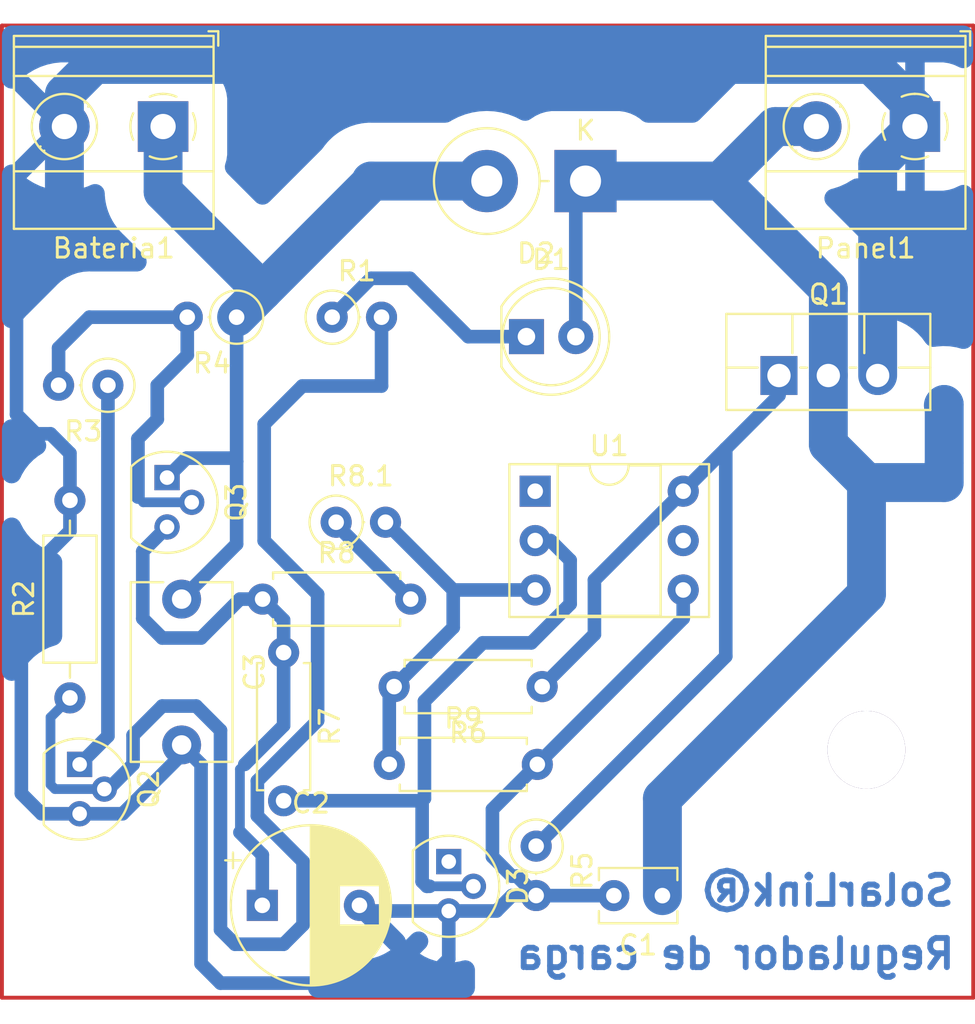
<source format=kicad_pcb>
(kicad_pcb (version 20211014) (generator pcbnew)
  (layers (0 "F.Cu" signal) (31 "B.Cu" signal) (34 "B.Paste" user) (35 "F.Paste" user) (36 "B.SilkS" user "B.Silkscreen") (37 "F.SilkS" user "F.Silkscreen") (38 "B.Mask" user) (39 "F.Mask" user) (44 "Edge.Cuts" user))
  (net 0 "")
  (net 1 "Net-(Bateria1-Pad1)")
  (net 2 "GND")
  (net 3 "Net-(D1-Pad1)")
  (net 4 "Net-(C1-Pad1)")
  (net 5 "Net-(C2-Pad1)")
  (net 6 "Net-(D3-Pad2)")
  (net 7 "Net-(Q2-Pad1)")
  (net 8 "Net-(Q1-Pad1)")
  (net 9 "Net-(Q2-Pad2)")
  (net 10 "Net-(Q3-Pad2)")
  (net 11 "Net-(R8-Pad2)")
  (net 13 "Net-(R9-Pad1)")
  (footprint "Capacitor_THT:C_Disc_D3.8mm_W2.6mm_P2.50mm" (layer "F.Cu") (at 66 75.75 180)
    (fp_text reference "C1" (at 1.25 -2.55) (layer "F.SilkS"))
    (fp_text value "100n")
    (fp_line (start -0.77 -1.42) (end 3.27 -1.42) (layer "F.SilkS") (width 0.12))
    (fp_line (start -0.77 1.42) (end 3.27 1.42) (layer "F.SilkS") (width 0.12))
    (fp_line (start 3.27 -1.42) (end 3.27 -0.795) (layer "F.SilkS") (width 0.12))
    (fp_line (start -0.77 0.795) (end -0.77 1.42) (layer "F.SilkS") (width 0.12))
    (fp_line (start -0.77 -1.42) (end -0.77 -0.795) (layer "F.SilkS") (width 0.12))
    (fp_line (start 3.27 0.795) (end 3.27 1.42) (layer "F.SilkS") (width 0.12))
    (pad "1" thru_hole circle (at 0 0 180) (size 1.6 1.6) (drill 0.8) (layers *.Cu *.Mask) (net 4 "Net-(C1-Pad1)"))
    (pad "2" thru_hole circle (at 2.5 0 180) (size 1.6 1.6) (drill 0.8) (layers *.Cu *.Mask) (net 2 "GND"))
  )
  (footprint "Package_DIP:DIP-6_W7.62mm_Socket" (layer "F.Cu") (at 59.45 54.95)
    (fp_text reference "U1" (at 3.81 -2.33) (layer "F.SilkS"))
    (fp_text value "TLC271")
    (fp_line (start 1.16 6.41) (end 6.46 6.41) (layer "F.SilkS") (width 0.12))
    (fp_line (start 6.46 -1.33) (end 4.81 -1.33) (layer "F.SilkS") (width 0.12))
    (fp_line (start 6.46 6.41) (end 6.46 -1.33) (layer "F.SilkS") (width 0.12))
    (fp_line (start 2.81 -1.33) (end 1.16 -1.33) (layer "F.SilkS") (width 0.12))
    (fp_line (start 8.95 6.47) (end 8.95 -1.39) (layer "F.SilkS") (width 0.12))
    (fp_line (start 1.16 -1.33) (end 1.16 6.41) (layer "F.SilkS") (width 0.12))
    (fp_line (start 8.95 -1.39) (end -1.33 -1.39) (layer "F.SilkS") (width 0.12))
    (fp_line (start -1.33 6.47) (end 8.95 6.47) (layer "F.SilkS") (width 0.12))
    (fp_line (start -1.33 -1.39) (end -1.33 6.47) (layer "F.SilkS") (width 0.12))
    (fp_arc (start 4.81 -1.33) (mid 3.81 -0.33) (end 2.81 -1.33) (layer "F.SilkS") (width 0.12))
    (pad "1" thru_hole rect (at 0 0) (size 1.6 1.6) (drill 0.8) (layers *.Cu *.Mask))
    (pad "2" thru_hole oval (at 0 2.54) (size 1.6 1.6) (drill 0.8) (layers *.Cu *.Mask) (net 6 "Net-(D3-Pad2)"))
    (pad "3" thru_hole oval (at 0 5.08) (size 1.6 1.6) (drill 0.8) (layers *.Cu *.Mask) (net 13 "Net-(R9-Pad1)"))
    (pad "4" thru_hole oval (at 7.62 5.08) (size 1.6 1.6) (drill 0.8) (layers *.Cu *.Mask) (net 2 "GND"))
    (pad "5" thru_hole oval (at 7.62 2.54) (size 1.6 1.6) (drill 0.8) (layers *.Cu *.Mask))
    (pad "6" thru_hole oval (at 7.62 0) (size 1.6 1.6) (drill 0.8) (layers *.Cu *.Mask) (net 8 "Net-(Q1-Pad1)"))
  )
  (footprint "Package_TO_SOT_THT:TO-92" (layer "F.Cu") (at 36 69 -90)
    (fp_text reference "Q2" (at 1.27 -3.56 90) (layer "F.SilkS"))
    (fp_text value "BC548")
    (fp_line (start -0.53 1.85) (end 3.07 1.85) (layer "F.SilkS") (width 0.12))
    (fp_arc (start 1.27 -2.6) (mid 3.672087 -0.994977) (end 3.108478 1.838478) (layer "F.SilkS") (width 0.12))
    (fp_arc (start -0.568478 1.838478) (mid -1.132087 -0.994977) (end 1.27 -2.6) (layer "F.SilkS") (width 0.12))
    (pad "1" thru_hole rect (at 0 0 270) (size 1.3 1.3) (drill 0.75) (layers *.Cu *.Mask) (net 7 "Net-(Q2-Pad1)"))
    (pad "2" thru_hole circle (at 1.27 -1.27 270) (size 1.3 1.3) (drill 0.75) (layers *.Cu *.Mask) (net 9 "Net-(Q2-Pad2)"))
    (pad "3" thru_hole circle (at 2.54 0 270) (size 1.3 1.3) (drill 0.75) (layers *.Cu *.Mask) (net 2 "GND"))
  )
  (footprint "Resistor_THT:R_Axial_DIN0207_L6.3mm_D2.5mm_P7.62mm_Horizontal" (layer "F.Cu") (at 59.81 65 180)
    (fp_text reference "R6" (at 3.81 -2.37) (layer "F.SilkS"))
    (fp_text value "22Ok")
    (fp_line (start 0.54 -1.37) (end 7.08 -1.37) (layer "F.SilkS") (width 0.12))
    (fp_line (start 0.54 -1.04) (end 0.54 -1.37) (layer "F.SilkS") (width 0.12))
    (fp_line (start 0.54 1.04) (end 0.54 1.37) (layer "F.SilkS") (width 0.12))
    (fp_line (start 0.54 1.37) (end 7.08 1.37) (layer "F.SilkS") (width 0.12))
    (fp_line (start 7.08 1.37) (end 7.08 1.04) (layer "F.SilkS") (width 0.12))
    (fp_line (start 7.08 -1.37) (end 7.08 -1.04) (layer "F.SilkS") (width 0.12))
    (pad "1" thru_hole circle (at 0 0 180) (size 1.6 1.6) (drill 0.8) (layers *.Cu *.Mask) (net 8 "Net-(Q1-Pad1)"))
    (pad "2" thru_hole oval (at 7.62 0 180) (size 1.6 1.6) (drill 0.8) (layers *.Cu *.Mask) (net 13 "Net-(R9-Pad1)"))
  )
  (footprint "Resistor_THT:R_Axial_DIN0207_L6.3mm_D2.5mm_P2.54mm_Vertical" (layer "F.Cu") (at 44.08 46 180)
    (fp_text reference "R4" (at 1.27 -2.37 180) (layer "F.SilkS"))
    (fp_text value "10k")
    (fp_line (start 1.37 0) (end 1.44 0) (layer "F.SilkS") (width 0.12))
    (fp_circle (center 0 0) (end 1.37 0) (layer "F.SilkS") (width 0.12) (fill none))
    (pad "1" thru_hole circle (at 0 0 180) (size 1.6 1.6) (drill 0.8) (layers *.Cu *.Mask) (net 1 "Net-(Bateria1-Pad1)"))
    (pad "2" thru_hole oval (at 2.54 0 180) (size 1.6 1.6) (drill 0.8) (layers *.Cu *.Mask) (net 10 "Net-(Q3-Pad2)"))
  )
  (footprint "Capacitor_THT:CP_Radial_D8.0mm_P5.00mm" (layer "F.Cu") (at 45.402651 76.25)
    (fp_text reference "C2" (at 2.5 -5.25) (layer "F.SilkS"))
    (fp_text value "1000u")
    (fp_line (start 2.98 -4.052) (end 2.98 4.052) (layer "F.SilkS") (width 0.12))
    (fp_line (start 5.981 -2.166) (end 5.981 -1.04) (layer "F.SilkS") (width 0.12))
    (fp_line (start 5.221 -3.055) (end 5.221 -1.04) (layer "F.SilkS") (width 0.12))
    (fp_line (start 5.701 -2.556) (end 5.701 -1.04) (layer "F.SilkS") (width 0.12))
    (fp_line (start 5.141 1.04) (end 5.141 3.124) (layer "F.SilkS") (width 0.12))
    (fp_line (start 5.141 -3.124) (end 5.141 -1.04) (layer "F.SilkS") (width 0.12))
    (fp_line (start 4.741 1.04) (end 4.741 3.418) (layer "F.SilkS") (width 0.12))
    (fp_line (start 3.981 -3.805) (end 3.981 -1.04) (layer "F.SilkS") (width 0.12))
    (fp_line (start 4.141 -3.74) (end 4.141 -1.04) (layer "F.SilkS") (width 0.12))
    (fp_line (start 3.261 -4.01) (end 3.261 4.01) (layer "F.SilkS") (width 0.12))
    (fp_line (start 4.141 1.04) (end 4.141 3.74) (layer "F.SilkS") (width 0.12))
    (fp_line (start 3.301 -4.002) (end 3.301 4.002) (layer "F.SilkS") (width 0.12))
    (fp_line (start 5.061 -3.189) (end 5.061 -1.04) (layer "F.SilkS") (width 0.12))
    (fp_line (start 2.82 -4.068) (end 2.82 4.068) (layer "F.SilkS") (width 0.12))
    (fp_line (start 6.181 -1.813) (end 6.181 1.813) (layer "F.SilkS") (width 0.12))
    (fp_line (start 3.341 -3.994) (end 3.341 3.994) (layer "F.SilkS") (width 0.12))
    (fp_line (start 4.101 -3.757) (end 4.101 -1.04) (layer "F.SilkS") (width 0.12))
    (fp_line (start 5.021 -3.22) (end 5.021 -1.04) (layer "F.SilkS") (width 0.12))
    (fp_line (start 5.981 1.04) (end 5.981 2.166) (layer "F.SilkS") (width 0.12))
    (fp_line (start 5.781 -2.454) (end 5.781 -1.04) (layer "F.SilkS") (width 0.12))
    (fp_line (start 2.66 -4.077) (end 2.66 4.077) (layer "F.SilkS") (width 0.12))
    (fp_line (start 4.861 1.04) (end 4.861 3.338) (layer "F.SilkS") (width 0.12))
    (fp_line (start 6.021 -2.102) (end 6.021 -1.04) (layer "F.SilkS") (width 0.12))
    (fp_line (start 5.661 1.04) (end 5.661 2.604) (layer "F.SilkS") (width 0.12))
    (fp_line (start 4.181 -3.722) (end 4.181 -1.04) (layer "F.SilkS") (width 0.12))
    (fp_line (start 5.381 -2.907) (end 5.381 -1.04) (layer "F.SilkS") (width 0.12))
    (fp_line (start 6.421 -1.229) (end 6.421 1.229) (layer "F.SilkS") (width 0.12))
    (fp_line (start 2.9 -4.061) (end 2.9 4.061) (layer "F.SilkS") (width 0.12))
    (fp_line (start 4.941 1.04) (end 4.941 3.28) (layer "F.SilkS") (width 0.12))
    (fp_line (start 4.861 -3.338) (end 4.861 -1.04) (layer "F.SilkS") (width 0.12))
    (fp_line (start 4.901 1.04) (end 4.901 3.309) (layer "F.SilkS") (width 0.12))
    (fp_line (start 4.821 1.04) (end 4.821 3.365) (layer "F.SilkS") (width 0.12))
    (fp_line (start 5.461 -2.826) (end 5.461 -1.04) (layer "F.SilkS") (width 0.12))
    (fp_line (start 4.581 1.04) (end 4.581 3.517) (layer "F.SilkS") (width 0.12))
    (fp_line (start 4.101 1.04) (end 4.101 3.757) (layer "F.SilkS") (width 0.12))
    (fp_line (start 3.861 -3.85) (end 3.861 3.85) (layer "F.SilkS") (width 0.12))
    (fp_line (start 2.94 -4.057) (end 2.94 4.057) (layer "F.SilkS") (width 0.12))
    (fp_line (start 5.381 1.04) (end 5.381 2.907) (layer "F.SilkS") (width 0.12))
    (fp_line (start 3.541 -3.947) (end 3.541 3.947) (layer "F.SilkS") (width 0.12))
    (fp_line (start 6.461 -1.098) (end 6.461 1.098) (layer "F.SilkS") (width 0.12))
    (fp_line (start 5.861 -2.345) (end 5.861 -1.04) (layer "F.SilkS") (width 0.12))
    (fp_line (start 2.54 -4.08) (end 2.54 4.08) (layer "F.SilkS") (width 0.12))
    (fp_line (start 3.821 -3.863) (end 3.821 3.863) (layer "F.SilkS") (width 0.12))
    (fp_line (start -1.509698 -2.715) (end -1.509698 -1.915) (layer "F.SilkS") (width 0.12))
    (fp_line (start 4.821 -3.365) (end 4.821 -1.04) (layer "F.SilkS") (width 0.12))
    (fp_line (start 6.301 -1.552) (end 6.301 1.552) (layer "F.SilkS") (width 0.12))
    (fp_line (start 5.541 1.04) (end 5.541 2.741) (layer "F.SilkS") (width 0.12))
    (fp_line (start 4.661 -3.469) (end 4.661 -1.04) (layer "F.SilkS") (width 0.12))
    (fp_line (start 4.981 -3.25) (end 4.981 -1.04) (layer "F.SilkS") (width 0.12))
    (fp_line (start 5.581 1.04) (end 5.581 2.697) (layer "F.SilkS") (width 0.12))
    (fp_line (start 5.341 -2.945) (end 5.341 -1.04) (layer "F.SilkS") (width 0.12))
    (fp_line (start 5.101 -3.156) (end 5.101 -1.04) (layer "F.SilkS") (width 0.12))
    (fp_line (start 5.181 -3.09) (end 5.181 -1.04) (layer "F.SilkS") (width 0.12))
    (fp_line (start 5.101 1.04) (end 5.101 3.156) (layer "F.SilkS") (width 0.12))
    (fp_line (start 4.261 -3.686) (end 4.261 -1.04) (layer "F.SilkS") (width 0.12))
    (fp_line (start 4.341 -3.647) (end 4.341 -1.04) (layer "F.SilkS") (width 0.12))
    (fp_line (start 5.501 -2.784) (end 5.501 -1.04) (layer "F.SilkS") (width 0.12))
    (fp_line (start 6.541 -0.768) (end 6.541 0.768) (layer "F.SilkS") (width 0.12))
    (fp_line (start 3.581 -3.936) (end 3.581 3.936) (layer "F.SilkS") (width 0.12))
    (fp_line (start 6.061 -2.034) (end 6.061 2.034) (layer "F.SilkS") (width 0.12))
    (fp_line (start 3.221 -4.017) (end 3.221 4.017) (layer "F.SilkS") (width 0.12))
    (fp_line (start 5.741 1.04) (end 5.741 2.505) (layer "F.SilkS") (width 0.12))
    (fp_line (start 3.18 -4.024) (end 3.18 4.024) (layer "F.SilkS") (width 0.12))
    (fp_line (start 2.62 -4.079) (end 2.62 4.079) (layer "F.SilkS") (width 0.12))
    (fp_line (start 5.621 -2.651) (end 5.621 -1.04) (layer "F.SilkS") (width 0.12))
    (fp_line (start 3.701 -3.902) (end 3.701 3.902) (layer "F.SilkS") (width 0.12))
    (fp_line (start 5.581 -2.697) (end 5.581 -1.04) (layer "F.SilkS") (width 0.12))
    (fp_line (start 4.781 -3.392) (end 4.781 -1.04) (layer "F.SilkS") (width 0.12))
    (fp_line (start 4.261 1.04) (end 4.261 3.686) (layer "F.SilkS") (width 0.12))
    (fp_line (start 4.421 -3.606) (end 4.421 -1.04) (layer "F.SilkS") (width 0.12))
    (fp_line (start 6.221 -1.731) (end 6.221 1.731) (layer "F.SilkS") (width 0.12))
    (fp_line (start 5.781 1.04) (end 5.781 2.454) (layer "F.SilkS") (width 0.12))
    (fp_line (start -1.909698 -2.315) (end -1.109698 -2.315) (layer "F.SilkS") (width 0.12))
    (fp_line (start 6.381 -1.346) (end 6.381 1.346) (layer "F.SilkS") (width 0.12))
    (fp_line (start 4.541 1.04) (end 4.541 3.54) (layer "F.SilkS") (width 0.12))
    (fp_line (start 5.821 1.04) (end 5.821 2.4) (layer "F.SilkS") (width 0.12))
    (fp_line (start 5.061 1.04) (end 5.061 3.189) (layer "F.SilkS") (width 0.12))
    (fp_line (start 4.941 -3.28) (end 4.941 -1.04) (layer "F.SilkS") (width 0.12))
    (fp_line (start 5.181 1.04) (end 5.181 3.09) (layer "F.SilkS") (width 0.12))
    (fp_line (start 4.501 1.04) (end 4.501 3.562) (layer "F.SilkS") (width 0.12))
    (fp_line (start 5.661 -2.604) (end 5.661 -1.04) (layer "F.SilkS") (width 0.12))
    (fp_line (start 5.341 1.04) (end 5.341 2.945) (layer "F.SilkS") (width 0.12))
    (fp_line (start 5.541 -2.741) (end 5.541 -1.04) (layer "F.SilkS") (width 0.12))
    (fp_line (start 3.02 -4.048) (end 3.02 4.048) (layer "F.SilkS") (width 0.12))
    (fp_line (start 5.461 1.04) (end 5.461 2.826) (layer "F.SilkS") (width 0.12))
    (fp_line (start 3.381 -3.985) (end 3.381 3.985) (layer "F.SilkS") (width 0.12))
    (fp_line (start 5.301 1.04) (end 5.301 2.983) (layer "F.SilkS") (width 0.12))
    (fp_line (start 3.421 -3.976) (end 3.421 3.976) (layer "F.SilkS") (width 0.12))
    (fp_line (start 4.901 -3.309) (end 4.901 -1.04) (layer "F.SilkS") (width 0.12))
    (fp_line (start 4.741 -3.418) (end 4.741 -1.04) (layer "F.SilkS") (width 0.12))
    (fp_line (start 4.581 -3.517) (end 4.581 -1.04) (layer "F.SilkS") (width 0.12))
    (fp_line (start 4.701 1.04) (end 4.701 3.444) (layer "F.SilkS") (width 0.12))
    (fp_line (start 4.341 1.04) (end 4.341 3.647) (layer "F.SilkS") (width 0.12))
    (fp_line (start 4.621 -3.493) (end 4.621 -1.04) (layer "F.SilkS") (width 0.12))
    (fp_line (start 4.021 1.04) (end 4.021 3.79) (layer "F.SilkS") (width 0.12))
    (fp_line (start 5.421 -2.867) (end 5.421 -1.04) (layer "F.SilkS") (width 0.12))
    (fp_line (start 3.06 -4.042) (end 3.06 4.042) (layer "F.SilkS") (width 0.12))
    (fp_line (start 2.78 -4.071) (end 2.78 4.071) (layer "F.SilkS") (width 0.12))
    (fp_line (start 4.021 -3.79) (end 4.021 -1.04) (layer "F.SilkS") (width 0.12))
    (fp_line (start 6.261 -1.645) (end 6.261 1.645) (layer "F.SilkS") (width 0.12))
    (fp_line (start 5.261 1.04) (end 5.261 3.019) (layer "F.SilkS") (width 0.12))
    (fp_line (start 4.981 1.04) (end 4.981 3.25) (layer "F.SilkS") (width 0.12))
    (fp_line (start 4.621 1.04) (end 4.621 3.493) (layer "F.SilkS") (width 0.12))
    (fp_line (start 5.821 -2.4) (end 5.821 -1.04) (layer "F.SilkS") (width 0.12))
    (fp_line (start 5.741 -2.505) (end 5.741 -1.04) (layer "F.SilkS") (width 0.12))
    (fp_line (start 5.261 -3.019) (end 5.261 -1.04) (layer "F.SilkS") (width 0.12))
    (fp_line (start 4.421 1.04) (end 4.421 3.606) (layer "F.SilkS") (width 0.12))
    (fp_line (start 6.141 -1.89) (end 6.141 1.89) (layer "F.SilkS") (width 0.12))
    (fp_line (start 4.301 -3.666) (end 4.301 -1.04) (layer "F.SilkS") (width 0.12))
    (fp_line (start 6.341 -1.453) (end 6.341 1.453) (layer "F.SilkS") (width 0.12))
    (fp_line (start 3.501 -3.957) (end 3.501 3.957) (layer "F.SilkS") (width 0.12))
    (fp_line (start 5.941 -2.228) (end 5.941 -1.04) (layer "F.SilkS") (width 0.12))
    (fp_line (start 5.901 -2.287) (end 5.901 -1.04) (layer "F.SilkS") (width 0.12))
    (fp_line (start 5.861 1.04) (end 5.861 2.345) (layer "F.SilkS") (width 0.12))
    (fp_line (start 5.501 1.04) (end 5.501 2.784) (layer "F.SilkS") (width 0.12))
    (fp_line (start 4.221 -3.704) (end 4.221 -1.04) (layer "F.SilkS") (width 0.12))
    (fp_line (start 3.461 -3.967) (end 3.461 3.967) (layer "F.SilkS") (width 0.12))
    (fp_line (start 5.421 1.04) (end 5.421 2.867) (layer "F.SilkS") (width 0.12))
    (fp_line (start 3.781 -3.877) (end 3.781 3.877) (layer "F.SilkS") (width 0.12))
    (fp_line (start 4.781 1.04) (end 4.781 3.392) (layer "F.SilkS") (width 0.12))
    (fp_line (start 4.701 -3.444) (end 4.701 -1.04) (layer "F.SilkS") (width 0.12))
    (fp_line (start 5.941 1.04) (end 5.941 2.228) (layer "F.SilkS") (width 0.12))
    (fp_line (start 6.101 -1.964) (end 6.101 1.964) (layer "F.SilkS") (width 0.12))
    (fp_line (start 5.221 1.04) (end 5.221 3.055) (layer "F.SilkS") (width 0.12))
    (fp_line (start 4.381 -3.627) (end 4.381 -1.04) (layer "F.SilkS") (width 0.12))
    (fp_line (start 4.301 1.04) (end 4.301 3.666) (layer "F.SilkS") (width 0.12))
    (fp_line (start 5.021 1.04) (end 5.021 3.22) (layer "F.SilkS") (width 0.12))
    (fp_line (start 4.541 -3.54) (end 4.541 -1.04) (layer "F.SilkS") (width 0.12))
    (fp_line (start 2.74 -4.074) (end 2.74 4.074) (layer "F.SilkS") (width 0.12))
    (fp_line (start 4.461 1.04) (end 4.461 3.584) (layer "F.SilkS") (width 0.12))
    (fp_line (start 5.301 -2.983) (end 5.301 -1.04) (layer "F.SilkS") (width 0.12))
    (fp_line (start 4.181 1.04) (end 4.181 3.722) (layer "F.SilkS") (width 0.12))
    (fp_line (start 4.061 1.04) (end 4.061 3.774) (layer "F.SilkS") (width 0.12))
    (fp_line (start 6.021 1.04) (end 6.021 2.102) (layer "F.SilkS") (width 0.12))
    (fp_line (start 3.941 -3.821) (end 3.941 3.821) (layer "F.SilkS") (width 0.12))
    (fp_line (start 5.901 1.04) (end 5.901 2.287) (layer "F.SilkS") (width 0.12))
    (fp_line (start 4.661 1.04) (end 4.661 3.469) (layer "F.SilkS") (width 0.12))
    (fp_line (start 2.58 -4.08) (end 2.58 4.08) (layer "F.SilkS") (width 0.12))
    (fp_line (start 5.621 1.04) (end 5.621 2.651) (layer "F.SilkS") (width 0.12))
    (fp_line (start 6.501 -0.948) (end 6.501 0.948) (layer "F.SilkS") (width 0.12))
    (fp_line (start 4.461 -3.584) (end 4.461 -1.04) (layer "F.SilkS") (width 0.12))
    (fp_line (start 4.221 1.04) (end 4.221 3.704) (layer "F.SilkS") (width 0.12))
    (fp_line (start 2.5 -4.08) (end 2.5 4.08) (layer "F.SilkS") (width 0.12))
    (fp_line (start 4.381 1.04) (end 4.381 3.627) (layer "F.SilkS") (width 0.12))
    (fp_line (start 2.86 -4.065) (end 2.86 4.065) (layer "F.SilkS") (width 0.12))
    (fp_line (start 6.581 -0.533) (end 6.581 0.533) (layer "F.SilkS") (width 0.12))
    (fp_line (start 3.981 1.04) (end 3.981 3.805) (layer "F.SilkS") (width 0.12))
    (fp_line (start 3.741 -3.889) (end 3.741 3.889) (layer "F.SilkS") (width 0.12))
    (fp_line (start 2.7 -4.076) (end 2.7 4.076) (layer "F.SilkS") (width 0.12))
    (fp_line (start 3.1 -4.037) (end 3.1 4.037) (layer "F.SilkS") (width 0.12))
    (fp_line (start 3.621 -3.925) (end 3.621 3.925) (layer "F.SilkS") (width 0.12))
    (fp_line (start 3.14 -4.03) (end 3.14 4.03) (layer "F.SilkS") (width 0.12))
    (fp_line (start 4.501 -3.562) (end 4.501 -1.04) (layer "F.SilkS") (width 0.12))
    (fp_line (start 3.661 -3.914) (end 3.661 3.914) (layer "F.SilkS") (width 0.12))
    (fp_line (start 3.901 -3.835) (end 3.901 3.835) (layer "F.SilkS") (width 0.12))
    (fp_line (start 5.701 1.04) (end 5.701 2.556) (layer "F.SilkS") (width 0.12))
    (fp_line (start 4.061 -3.774) (end 4.061 -1.04) (layer "F.SilkS") (width 0.12))
    (fp_circle (center 2.5 0) (end 6.62 0) (layer "F.SilkS") (width 0.12) (fill none))
    (pad "1" thru_hole rect (at 0 0) (size 1.6 1.6) (drill 0.8) (layers *.Cu *.Mask) (net 5 "Net-(C2-Pad1)"))
    (pad "2" thru_hole circle (at 5 0) (size 1.6 1.6) (drill 0.8) (layers *.Cu *.Mask) (net 2 "GND"))
  )
  (footprint "Resistor_THT:R_Axial_DIN0207_L6.3mm_D2.5mm_P7.62mm_Horizontal" (layer "F.Cu") (at 46.5 63.25 -90)
    (fp_text reference "R7" (at 3.81 -2.37 90) (layer "F.SilkS"))
    (fp_text value "100k")
    (fp_line (start 7.08 -1.37) (end 7.08 -1.04) (layer "F.SilkS") (width 0.12))
    (fp_line (start 7.08 1.37) (end 7.08 1.04) (layer "F.SilkS") (width 0.12))
    (fp_line (start 0.54 -1.37) (end 7.08 -1.37) (layer "F.SilkS") (width 0.12))
    (fp_line (start 0.54 1.04) (end 0.54 1.37) (layer "F.SilkS") (width 0.12))
    (fp_line (start 0.54 -1.04) (end 0.54 -1.37) (layer "F.SilkS") (width 0.12))
    (fp_line (start 0.54 1.37) (end 7.08 1.37) (layer "F.SilkS") (width 0.12))
    (pad "1" thru_hole circle (at 0 0 270) (size 1.6 1.6) (drill 0.8) (layers *.Cu *.Mask) (net 5 "Net-(C2-Pad1)"))
    (pad "2" thru_hole oval (at 7.62 0 270) (size 1.6 1.6) (drill 0.8) (layers *.Cu *.Mask) (net 6 "Net-(D3-Pad2)"))
  )
  (footprint "Diode_THT:D_DO-201AD_P5.08mm_Vertical_KathodeUp" (layer "F.Cu") (at 62.04 39 180)
    (fp_text reference "D2" (at 2.54 -3.72) (layer "F.SilkS"))
    (fp_text value "SB540")
    (fp_text user "K" (at 0 2.6) (layer "F.SilkS"))
    (fp_line (start 2.36 0) (end 1.9 0) (layer "F.SilkS") (width 0.12))
    (fp_circle (center 5.08 0) (end 7.8 0) (layer "F.SilkS") (width 0.12) (fill none))
    (pad "1" thru_hole rect (at 0 0 180) (size 3.2 3.2) (drill 1.6) (layers *.Cu *.Mask) (net 4 "Net-(C1-Pad1)"))
    (pad "2" thru_hole oval (at 5.08 0 180) (size 3.2 3.2) (drill 1.6) (layers *.Cu *.Mask) (net 1 "Net-(Bateria1-Pad1)"))
  )
  (footprint "TerminalBlock_Phoenix:TerminalBlock_Phoenix_MKDS-1,5-2-5.08_1x02_P5.08mm_Horizontal" (layer "F.Cu") (at 79 36.195 180)
    (fp_text reference "Panel1" (at 2.54 -6.26) (layer "F.SilkS"))
    (fp_text value "Conn_01x02")
    (fp_line (start 3.853 1.023) (end 3.806 1.069) (layer "F.SilkS") (width 0.12))
    (fp_line (start 6.15 -1.275) (end 6.115 -1.239) (layer "F.SilkS") (width 0.12))
    (fp_line (start -2.84 4.16) (end -2.84 4.9) (layer "F.SilkS") (width 0.12))
    (fp_line (start 7.68 -5.261) (end 7.68 4.66) (layer "F.SilkS") (width 0.12))
    (fp_line (start -2.6 -2.301) (end 7.68 -2.301) (layer "F.SilkS") (width 0.12))
    (fp_line (start -2.6 2.6) (end 7.68 2.6) (layer "F.SilkS") (width 0.12))
    (fp_line (start -2.6 4.66) (end 7.68 4.66) (layer "F.SilkS") (width 0.12))
    (fp_line (start -2.6 -5.261) (end 7.68 -5.261) (layer "F.SilkS") (width 0.12))
    (fp_line (start -2.84 4.9) (end -2.34 4.9) (layer "F.SilkS") (width 0.12))
    (fp_line (start -2.6 -5.261) (end -2.6 4.66) (layer "F.SilkS") (width 0.12))
    (fp_line (start 6.355 -1.069) (end 6.308 -1.023) (layer "F.SilkS") (width 0.12))
    (fp_line (start 4.046 1.239) (end 4.011 1.274) (layer "F.SilkS") (width 0.12))
    (fp_line (start -2.6 4.1) (end 7.68 4.1) (layer "F.SilkS") (width 0.12))
    (fp_arc (start -1.535427 0.683042) (mid -1.680501 -0.000524) (end -1.535 -0.684) (layer "F.SilkS") (width 0.12))
    (fp_arc (start 0.683318 1.534756) (mid 0.349292 1.643288) (end 0 1.68) (layer "F.SilkS") (width 0.12))
    (fp_arc (start -0.683042 -1.535427) (mid 0.000524 -1.680501) (end 0.684 -1.535) (layer "F.SilkS") (width 0.12))
    (fp_arc (start 0.028805 1.680253) (mid -0.335551 1.646659) (end -0.684 1.535) (layer "F.SilkS") (width 0.12))
    (fp_arc (start 1.535427 -0.683042) (mid 1.680501 0.000524) (end 1.535 0.684) (layer "F.SilkS") (width 0.12))
    (fp_circle (center 5.08 0) (end 6.76 0) (layer "F.SilkS") (width 0.12) (fill none))
    (pad "1" thru_hole rect (at 0 0 180) (size 2.6 2.6) (drill 1.3) (layers *.Cu *.Mask) (net 2 "GND"))
    (pad "2" thru_hole circle (at 5.08 0 180) (size 2.6 2.6) (drill 1.3) (layers *.Cu *.Mask) (net 4 "Net-(C1-Pad1)"))
  )
  (footprint "Capacitor_THT:C_Disc_D9.0mm_W5.0mm_P7.50mm" (layer "F.Cu") (at 41.25 60.5 -90)
    (fp_text reference "C3" (at 3.75 -3.75 -90) (layer "F.SilkS"))
    (fp_text value "100n")
    (fp_line (start -0.87 2.62) (end 8.37 2.62) (layer "F.SilkS") (width 0.12))
    (fp_line (start 8.37 0.946) (end 8.37 2.62) (layer "F.SilkS") (width 0.12))
    (fp_line (start -0.87 0.946) (end -0.87 2.62) (layer "F.SilkS") (width 0.12))
    (fp_line (start -0.87 -2.62) (end 8.37 -2.62) (layer "F.SilkS") (width 0.12))
    (fp_line (start 8.37 -2.62) (end 8.37 -0.946) (layer "F.SilkS") (width 0.12))
    (fp_line (start -0.87 -2.62) (end -0.87 -0.946) (layer "F.SilkS") (width 0.12))
    (pad "1" thru_hole circle (at 0 0 270) (size 2 2) (drill 1) (layers *.Cu *.Mask) (net 1 "Net-(Bateria1-Pad1)"))
    (pad "2" thru_hole circle (at 7.5 0 270) (size 2 2) (drill 1) (layers *.Cu *.Mask) (net 2 "GND"))
  )
  (footprint "Resistor_THT:R_Axial_DIN0207_L6.3mm_D2.5mm_P2.54mm_Vertical" (layer "F.Cu") (at 49.205 56.545)
    (fp_text reference "R8.1" (at 1.27 -2.37) (layer "F.SilkS"))
    (fp_text value "10k")
    (fp_line (start 1.37 0) (end 1.44 0) (layer "F.SilkS") (width 0.12))
    (fp_circle (center 0 0) (end 1.37 0) (layer "F.SilkS") (width 0.12) (fill none))
    (pad "1" thru_hole circle (at 0 0) (size 1.6 1.6) (drill 0.8) (layers *.Cu *.Mask) (net 11 "Net-(R8-Pad2)"))
    (pad "2" thru_hole oval (at 2.54 0) (size 1.6 1.6) (drill 0.8) (layers *.Cu *.Mask) (net 13 "Net-(R9-Pad1)"))
  )
  (footprint "Resistor_THT:R_Axial_DIN0207_L6.3mm_D2.5mm_P2.54mm_Vertical" (layer "F.Cu") (at 49 46)
    (fp_text reference "R1" (at 1.27 -2.37) (layer "F.SilkS"))
    (fp_text value "1k5")
    (fp_line (start 1.37 0) (end 1.44 0) (layer "F.SilkS") (width 0.12))
    (fp_circle (center 0 0) (end 1.37 0) (layer "F.SilkS") (width 0.12) (fill none))
    (pad "1" thru_hole circle (at 0 0) (size 1.6 1.6) (drill 0.8) (layers *.Cu *.Mask) (net 3 "Net-(D1-Pad1)"))
    (pad "2" thru_hole oval (at 2.54 0) (size 1.6 1.6) (drill 0.8) (layers *.Cu *.Mask) (net 9 "Net-(Q2-Pad2)"))
  )
  (footprint "Resistor_THT:R_Axial_DIN0207_L6.3mm_D2.5mm_P7.62mm_Horizontal" (layer "F.Cu") (at 45.42 60.5)
    (fp_text reference "R8" (at 3.81 -2.37) (layer "F.SilkS"))
    (fp_text value "82k")
    (fp_line (start 7.08 1.37) (end 7.08 1.04) (layer "F.SilkS") (width 0.12))
    (fp_line (start 0.54 -1.37) (end 7.08 -1.37) (layer "F.SilkS") (width 0.12))
    (fp_line (start 0.54 1.37) (end 7.08 1.37) (layer "F.SilkS") (width 0.12))
    (fp_line (start 0.54 1.04) (end 0.54 1.37) (layer "F.SilkS") (width 0.12))
    (fp_line (start 7.08 -1.37) (end 7.08 -1.04) (layer "F.SilkS") (width 0.12))
    (fp_line (start 0.54 -1.04) (end 0.54 -1.37) (layer "F.SilkS") (width 0.12))
    (pad "1" thru_hole circle (at 0 0) (size 1.6 1.6) (drill 0.8) (layers *.Cu *.Mask) (net 5 "Net-(C2-Pad1)"))
    (pad "2" thru_hole oval (at 7.62 0) (size 1.6 1.6) (drill 0.8) (layers *.Cu *.Mask) (net 11 "Net-(R8-Pad2)"))
  )
  (footprint "Package_TO_SOT_THT:TO-220F-3_Vertical" (layer "F.Cu") (at 72 49)
    (fp_text reference "Q1" (at 2.54 -4.1675) (layer "F.SilkS"))
    (fp_text value "BUZ11")
    (fp_line (start 1.103 -0.408) (end 1.438 -0.408) (layer "F.SilkS") (width 0.12))
    (fp_line (start -2.71 -3.168) (end -2.71 1.773) (layer "F.SilkS") (width 0.12))
    (fp_line (start 3.643 -0.408) (end 3.978 -0.408) (layer "F.SilkS") (width 0.12))
    (fp_line (start -2.71 -0.408) (end -1.103 -0.408) (layer "F.SilkS") (width 0.12))
    (fp_line (start -2.71 -3.168) (end 7.79 -3.168) (layer "F.SilkS") (width 0.12))
    (fp_line (start -2.71 1.773) (end 7.79 1.773) (layer "F.SilkS") (width 0.12))
    (fp_line (start 4.391 -3.168) (end 4.391 -1.15) (layer "F.SilkS") (width 0.12))
    (fp_line (start 6.183 -0.408) (end 7.79 -0.408) (layer "F.SilkS") (width 0.12))
    (fp_line (start 7.79 -3.168) (end 7.79 1.773) (layer "F.SilkS") (width 0.12))
    (fp_line (start 0.69 -3.168) (end 0.69 -1.15) (layer "F.SilkS") (width 0.12))
    (pad "1" thru_hole rect (at 0 0) (size 1.905 2) (drill 1.2) (layers *.Cu *.Mask) (net 8 "Net-(Q1-Pad1)"))
    (pad "2" thru_hole oval (at 2.54 0) (size 1.905 2) (drill 1.2) (layers *.Cu *.Mask) (net 4 "Net-(C1-Pad1)"))
    (pad "3" thru_hole oval (at 5.08 0) (size 1.905 2) (drill 1.2) (layers *.Cu *.Mask) (net 2 "GND"))
  )
  (footprint "Resistor_THT:R_Axial_DIN0207_L6.3mm_D2.5mm_P2.54mm_Vertical" (layer "F.Cu") (at 59.5 73.205 -90)
    (fp_text reference "R5" (at 1.27 -2.37 90) (layer "F.SilkS"))
    (fp_text value "10k")
    (fp_line (start 1.37 0) (end 1.44 0) (layer "F.SilkS") (width 0.12))
    (fp_circle (center 0 0) (end 1.37 0) (layer "F.SilkS") (width 0.12) (fill none))
    (pad "1" thru_hole circle (at 0 0 270) (size 1.6 1.6) (drill 0.8) (layers *.Cu *.Mask) (net 8 "Net-(Q1-Pad1)"))
    (pad "2" thru_hole oval (at 2.54 0 270) (size 1.6 1.6) (drill 0.8) (layers *.Cu *.Mask) (net 2 "GND"))
  )
  (footprint "Resistor_THT:R_Axial_DIN0207_L6.3mm_D2.5mm_P2.54mm_Vertical" (layer "F.Cu") (at 37.455 49.5 180)
    (fp_text reference "R3" (at 1.27 -2.37) (layer "F.SilkS"))
    (fp_text value "68k")
    (fp_line (start 1.37 0) (end 1.44 0) (layer "F.SilkS") (width 0.12))
    (fp_circle (center 0 0) (end 1.37 0) (layer "F.SilkS") (width 0.12) (fill none))
    (pad "1" thru_hole circle (at 0 0 180) (size 1.6 1.6) (drill 0.8) (layers *.Cu *.Mask) (net 7 "Net-(Q2-Pad1)"))
    (pad "2" thru_hole oval (at 2.54 0 180) (size 1.6 1.6) (drill 0.8) (layers *.Cu *.Mask) (net 10 "Net-(Q3-Pad2)"))
  )
  (footprint "LED_THT:LED_D5.0mm" (layer "F.Cu") (at 59 47)
    (fp_text reference "D1" (at 1.27 -3.96) (layer "F.SilkS"))
    (fp_text value "LED")
    (fp_line (start -1.29 -1.545) (end -1.29 1.545) (layer "F.SilkS") (width 0.12))
    (fp_arc (start 4.26 -0.000462) (mid 2.072002 2.880433) (end -1.29 1.54483) (layer "F.SilkS") (width 0.12))
    (fp_arc (start -1.29 -1.54483) (mid 2.072002 -2.880433) (end 4.26 0.000462) (layer "F.SilkS") (width 0.12))
    (fp_circle (center 1.27 0) (end 3.77 0) (layer "F.SilkS") (width 0.12) (fill none))
    (pad "1" thru_hole rect (at 0 0) (size 1.8 1.8) (drill 0.9) (layers *.Cu *.Mask) (net 3 "Net-(D1-Pad1)"))
    (pad "2" thru_hole circle (at 2.54 0) (size 1.8 1.8) (drill 0.9) (layers *.Cu *.Mask) (net 4 "Net-(C1-Pad1)"))
  )
  (footprint "Package_TO_SOT_THT:TO-92" (layer "F.Cu") (at 40.5 54.25 -90)
    (fp_text reference "Q3" (at 1.27 -3.56 90) (layer "F.SilkS"))
    (fp_text value "BC556")
    (fp_line (start -0.53 1.85) (end 3.07 1.85) (layer "F.SilkS") (width 0.12))
    (fp_arc (start 1.27 -2.6) (mid 3.672087 -0.994977) (end 3.108478 1.838478) (layer "F.SilkS") (width 0.12))
    (fp_arc (start -0.568478 1.838478) (mid -1.132087 -0.994977) (end 1.27 -2.6) (layer "F.SilkS") (width 0.12))
    (pad "1" thru_hole rect (at 0 0 270) (size 1.3 1.3) (drill 0.75) (layers *.Cu *.Mask) (net 1 "Net-(Bateria1-Pad1)"))
    (pad "2" thru_hole circle (at 1.27 -1.27 270) (size 1.3 1.3) (drill 0.75) (layers *.Cu *.Mask) (net 10 "Net-(Q3-Pad2)"))
    (pad "3" thru_hole circle (at 2.54 0 270) (size 1.3 1.3) (drill 0.75) (layers *.Cu *.Mask) (net 5 "Net-(C2-Pad1)"))
  )
  (footprint "Resistor_THT:R_Axial_DIN0207_L6.3mm_D2.5mm_P7.62mm_Horizontal" (layer "F.Cu") (at 51.94 69)
    (fp_text reference "R9" (at 3.81 -2.37) (layer "F.SilkS"))
    (fp_text value "22k")
    (fp_line (start 0.54 -1.04) (end 0.54 -1.37) (layer "F.SilkS") (width 0.12))
    (fp_line (start 0.54 -1.37) (end 7.08 -1.37) (layer "F.SilkS") (width 0.12))
    (fp_line (start 0.54 1.04) (end 0.54 1.37) (layer "F.SilkS") (width 0.12))
    (fp_line (start 7.08 -1.37) (end 7.08 -1.04) (layer "F.SilkS") (width 0.12))
    (fp_line (start 7.08 1.37) (end 7.08 1.04) (layer "F.SilkS") (width 0.12))
    (fp_line (start 0.54 1.37) (end 7.08 1.37) (layer "F.SilkS") (width 0.12))
    (pad "1" thru_hole circle (at 0 0) (size 1.6 1.6) (drill 0.8) (layers *.Cu *.Mask) (net 13 "Net-(R9-Pad1)"))
    (pad "2" thru_hole oval (at 7.62 0) (size 1.6 1.6) (drill 0.8) (layers *.Cu *.Mask) (net 2 "GND"))
  )
  (footprint "Package_TO_SOT_THT:TO-92" (layer "F.Cu") (at 55 74 -90)
    (fp_text reference "D3" (at 1.27 -3.56 90) (layer "F.SilkS"))
    (fp_text value "LM385BZ-2.5")
    (fp_line (start -0.53 1.85) (end 3.07 1.85) (layer "F.SilkS") (width 0.12))
    (fp_arc (start -0.568478 1.838478) (mid -1.132087 -0.994977) (end 1.27 -2.6) (layer "F.SilkS") (width 0.12))
    (fp_arc (start 1.27 -2.6) (mid 3.672087 -0.994977) (end 3.108478 1.838478) (layer "F.SilkS") (width 0.12))
    (pad "1" thru_hole rect (at 0 0 270) (size 1.3 1.3) (drill 0.75) (layers *.Cu *.Mask))
    (pad "2" thru_hole circle (at 1.27 -1.27 270) (size 1.3 1.3) (drill 0.75) (layers *.Cu *.Mask) (net 6 "Net-(D3-Pad2)"))
    (pad "3" thru_hole circle (at 2.54 0 270) (size 1.3 1.3) (drill 0.75) (layers *.Cu *.Mask) (net 2 "GND"))
  )
  (footprint "Resistor_THT:R_Axial_DIN0207_L6.3mm_D2.5mm_P10.16mm_Horizontal" (layer "F.Cu") (at 35.5 65.58 90)
    (fp_text reference "R2" (at 5.08 -2.37 90) (layer "F.SilkS"))
    (fp_text value "100")
    (fp_line (start 1.04 0) (end 1.81 0) (layer "F.SilkS") (width 0.12))
    (fp_line (start 9.12 0) (end 8.35 0) (layer "F.SilkS") (width 0.12))
    (fp_line (start 8.35 1.37) (end 8.35 -1.37) (layer "F.SilkS") (width 0.12))
    (fp_line (start 8.35 -1.37) (end 1.81 -1.37) (layer "F.SilkS") (width 0.12))
    (fp_line (start 1.81 -1.37) (end 1.81 1.37) (layer "F.SilkS") (width 0.12))
    (fp_line (start 1.81 1.37) (end 8.35 1.37) (layer "F.SilkS") (width 0.12))
    (pad "1" thru_hole circle (at 0 0 90) (size 1.6 1.6) (drill 0.8) (layers *.Cu *.Mask) (net 9 "Net-(Q2-Pad2)"))
    (pad "2" thru_hole oval (at 10.16 0 90) (size 1.6 1.6) (drill 0.8) (layers *.Cu *.Mask) (net 2 "GND"))
  )
  (footprint "TerminalBlock_Phoenix:TerminalBlock_Phoenix_MKDS-1,5-2-5.08_1x02_P5.08mm_Horizontal" (layer "F.Cu") (at 40.295 36.195 180)
    (fp_text reference "Bateria1" (at 2.54 -6.26) (layer "F.SilkS"))
    (fp_text value "Conn_01x02")
    (fp_line (start -2.84 4.16) (end -2.84 4.9) (layer "F.SilkS") (width 0.12))
    (fp_line (start -2.6 4.66) (end 7.68 4.66) (layer "F.SilkS") (width 0.12))
    (fp_line (start -2.6 2.6) (end 7.68 2.6) (layer "F.SilkS") (width 0.12))
    (fp_line (start -2.6 4.1) (end 7.68 4.1) (layer "F.SilkS") (width 0.12))
    (fp_line (start 6.355 -1.069) (end 6.308 -1.023) (layer "F.SilkS") (width 0.12))
    (fp_line (start 4.046 1.239) (end 4.011 1.274) (layer "F.SilkS") (width 0.12))
    (fp_line (start 3.853 1.023) (end 3.806 1.069) (layer "F.SilkS") (width 0.12))
    (fp_line (start 6.15 -1.275) (end 6.115 -1.239) (layer "F.SilkS") (width 0.12))
    (fp_line (start -2.6 -5.261) (end 7.68 -5.261) (layer "F.SilkS") (width 0.12))
    (fp_line (start -2.6 -5.261) (end -2.6 4.66) (layer "F.SilkS") (width 0.12))
    (fp_line (start -2.6 -2.301) (end 7.68 -2.301) (layer "F.SilkS") (width 0.12))
    (fp_line (start -2.84 4.9) (end -2.34 4.9) (layer "F.SilkS") (width 0.12))
    (fp_line (start 7.68 -5.261) (end 7.68 4.66) (layer "F.SilkS") (width 0.12))
    (fp_arc (start 0.683318 1.534756) (mid 0.349292 1.643288) (end 0 1.68) (layer "F.SilkS") (width 0.12))
    (fp_arc (start 1.535427 -0.683042) (mid 1.680501 0.000524) (end 1.535 0.684) (layer "F.SilkS") (width 0.12))
    (fp_arc (start -0.683042 -1.535427) (mid 0.000524 -1.680501) (end 0.684 -1.535) (layer "F.SilkS") (width 0.12))
    (fp_arc (start 0.028805 1.680253) (mid -0.335551 1.646659) (end -0.684 1.535) (layer "F.SilkS") (width 0.12))
    (fp_arc (start -1.535427 0.683042) (mid -1.680501 -0.000524) (end -1.535 -0.684) (layer "F.SilkS") (width 0.12))
    (fp_circle (center 5.08 0) (end 6.76 0) (layer "F.SilkS") (width 0.12) (fill none))
    (pad "1" thru_hole rect (at 0 0 180) (size 2.6 2.6) (drill 1.3) (layers *.Cu *.Mask) (net 1 "Net-(Bateria1-Pad1)"))
    (pad "2" thru_hole circle (at 5.08 0 180) (size 2.6 2.6) (drill 1.3) (layers *.Cu *.Mask) (net 2 "GND"))
  )
  (gr_line (start 82 31) (end 82 81) (layer "F.Cu") (width 0.2))
  (gr_line (start 32 31) (end 82 31) (layer "F.Cu") (width 0.2))
  (gr_line (start 32 81) (end 32 31) (layer "F.Cu") (width 0.2))
  (gr_line (start 82 81) (end 32 81) (layer "F.Cu") (width 0.2))
  (gr_text "SolarLink®" (at 74.5 75.5) (layer "B.Cu") (effects (font (size 1.5 1.5) (thickness 0.3)) (justify mirror)))
  (gr_text "Regulador de carga\n" (at 69.75 78.75) (layer "B.Cu") (effects (font (size 1.5 1.5) (thickness 0.3)) (justify mirror)))
  (via (at 76.5 68.25) (size 4) (drill 4) (layers "F.Cu" "B.Cu") (net 0))
  (segment (start 40.5 54.25) (end 41.5 53.25) (width 0.7) (layer "B.Cu") (net 1))
  (segment (start 41.25 60.5) (end 44.08 57.67) (width 0.7) (layer "B.Cu") (net 1))
  (segment (start 41.5 53.25) (end 43.91 53.25) (width 0.7) (layer "B.Cu") (net 1))
  (segment (start 45.165 44.665) (end 45.415 44.665) (width 2) (layer "B.Cu") (net 1))
  (segment (start 43.91 53.25) (end 44.08 53.42) (width 0.7) (layer "B.Cu") (net 1))
  (segment (start 45.415 44.665) (end 44.08 46) (width 2) (layer "B.Cu") (net 1))
  (segment (start 51 39.08) (end 45.415 44.665) (width 2) (layer "B.Cu") (net 1))
  (segment (start 51 39) (end 51 39.08) (width 2) (layer "B.Cu") (net 1))
  (segment (start 56.96 39) (end 51 39) (width 2) (layer "B.Cu") (net 1))
  (segment (start 40.295 39.545) (end 45.415 44.665) (width 2) (layer "B.Cu") (net 1))
  (segment (start 44.08 53.42) (end 44.08 46) (width 0.7) (layer "B.Cu") (net 1))
  (segment (start 44.08 57.67) (end 44.08 53.42) (width 0.7) (layer "B.Cu") (net 1))
  (segment (start 40.295 36.195) (end 40.295 39.545) (width 2) (layer "B.Cu") (net 1))
  (segment (start 35.5 57) (end 35.5 55.42) (width 0.7) (layer "B.Cu") (net 2))
  (segment (start 58.255 75.745) (end 57.46 76.54) (width 0.7) (layer "B.Cu") (net 2))
  (segment (start 38.21 71.54) (end 41.25 68.5) (width 0.7) (layer "B.Cu") (net 2))
  (segment (start 42.25 69) (end 42.25 79.25) (width 0.7) (layer "B.Cu") (net 2))
  (segment (start 36 71.54) (end 34.04 71.54) (width 0.7) (layer "B.Cu") (net 2))
  (segment (start 35.215 40.785) (end 33.5 42.5) (width 2) (layer "B.Cu") (net 2))
  (segment (start 35.215 34.535) (end 35.215 36.195) (width 2) (layer "B.Cu") (net 2))
  (segment (start 33 70.5) (end 33 59.5) (width 0.7) (layer "B.Cu") (net 2))
  (segment (start 77.08 49) (end 77.08 38.115) (width 2) (layer "B.Cu") (net 2))
  (segment (start 41.25 68.5) (end 41.25 68) (width 0.7) (layer "B.Cu") (net 2))
  (segment (start 59.5 75.745) (end 58.505 74.75) (width 0.7) (layer "B.Cu") (net 2))
  (segment (start 57.25 73.75) (end 57.25 71.31) (width 0.7) (layer "B.Cu") (net 2))
  (segment (start 42.25 79.25) (end 43.25 80.25) (width 0.7) (layer "B.Cu") (net 2))
  (segment (start 57.46 76.54) (end 55 76.54) (width 0.7) (layer "B.Cu") (net 2))
  (segment (start 77.08 38.115) (end 79 36.195) (width 2) (layer "B.Cu") (net 2))
  (segment (start 55 76.54) (end 55 79) (width 0.7) (layer "B.Cu") (net 2))
  (segment (start 76.75 33) (end 36.75 33) (width 2) (layer "B.Cu") (net 2))
  (segment (start 63.5 75.75) (end 59.505 75.75) (width 0.7) (layer "B.Cu") (net 2))
  (segment (start 34.5 52) (end 33.75 52) (width 0.7) (layer "B.Cu") (net 2))
  (segment (start 36.75 33) (end 35.215 34.535) (width 2) (layer "B.Cu") (net 2))
  (segment (start 57.25 71.31) (end 59.56 69) (width 0.7) (layer "B.Cu") (net 2))
  (segment (start 59.505 75.75) (end 59.5 75.745) (width 0.7) (layer "B.Cu") (net 2))
  (segment (start 67.07 61.49) (end 59.56 69) (width 0.7) (layer "B.Cu") (net 2))
  (segment (start 35.5 55.42) (end 35.5 53) (width 0.7) (layer "B.Cu") (net 2))
  (segment (start 58.25 74.75) (end 57.25 73.75) (width 0.7) (layer "B.Cu") (net 2))
  (segment (start 79 36.195) (end 79 35.25) (width 2) (layer "B.Cu") (net 2))
  (segment (start 58.505 74.75) (end 58.25 74.75) (width 0.7) (layer "B.Cu") (net 2))
  (segment (start 55 79) (end 53.75 80.25) (width 0.7) (layer "B.Cu") (net 2))
  (segment (start 63.495 75.745) (end 63.5 75.75) (width 0.7) (layer "B.Cu") (net 2))
  (segment (start 36 71.54) (end 38.21 71.54) (width 0.7) (layer "B.Cu") (net 2))
  (segment (start 43.25 80.25) (end 53.75 80.25) (width 0.7) (layer "B.Cu") (net 2))
  (segment (start 50.692651 76.54) (end 50.402651 76.25) (width 0.7) (layer "B.Cu") (net 2))
  (segment (start 55 76.54) (end 50.692651 76.54) (width 0.7) (layer "B.Cu") (net 2))
  (segment (start 32.75 51) (end 32.75 45) (width 0.7) (layer "B.Cu") (net 2))
  (segment (start 79 35.25) (end 76.75 33) (width 2) (layer "B.Cu") (net 2))
  (segment (start 33.75 52) (end 32.75 51) (width 0.7) (layer "B.Cu") (net 2))
  (segment (start 41.25 68) (end 42.25 69) (width 0.7) (layer "B.Cu") (net 2))
  (segment (start 34.04 71.54) (end 33 70.5) (width 0.7) (layer "B.Cu") (net 2))
  (segment (start 33 59.5) (end 35.5 57) (width 0.7) (layer "B.Cu") (net 2))
  (segment (start 59.5 75.745) (end 58.255 75.745) (width 0.7) (layer "B.Cu") (net 2))
  (segment (start 67.07 60.03) (end 67.07 61.49) (width 0.7) (layer "B.Cu") (net 2))
  (segment (start 32.75 45) (end 33.5 44.25) (width 0.7) (layer "B.Cu") (net 2))
  (segment (start 35.5 53) (end 34.5 52) (width 0.7) (layer "B.Cu") (net 2))
  (segment (start 33.5 42.5) (end 33.5 44.25) (width 2) (layer "B.Cu") (net 2))
  (segment (start 35.215 36.195) (end 35.215 40.785) (width 2) (layer "B.Cu") (net 2))
  (segment (start 56 47) (end 53 44) (width 0.7) (layer "B.Cu") (net 3))
  (segment (start 59 47) (end 56 47) (width 0.7) (layer "B.Cu") (net 3))
  (segment (start 53 44) (end 51 44) (width 0.7) (layer "B.Cu") (net 3))
  (segment (start 51 44) (end 49 46) (width 0.7) (layer "B.Cu") (net 3))
  (segment (start 74.54 49) (end 74.54 52.54) (width 2) (layer "B.Cu") (net 4))
  (segment (start 74.54 44.54) (end 74.54 49) (width 2) (layer "B.Cu") (net 4))
  (segment (start 69 39) (end 74.54 44.54) (width 2) (layer "B.Cu") (net 4))
  (segment (start 76.505 54.505) (end 80.505 54.505) (width 2) (layer "B.Cu") (net 4))
  (segment (start 66 70.75) (end 66 75.75) (width 2) (layer "B.Cu") (net 4))
  (segment (start 73.92 36.195) (end 71.805 36.195) (width 2) (layer "B.Cu") (net 4))
  (segment (start 80.505 53.505) (end 80.505 50.495) (width 2) (layer "B.Cu") (net 4))
  (segment (start 76.505 54.505) (end 76.505 60.245) (width 2) (layer "B.Cu") (net 4))
  (segment (start 76.505 60.245) (end 66 70.75) (width 2) (layer "B.Cu") (net 4))
  (segment (start 80.46 50.54) (end 80.505 50.495) (width 2) (layer "B.Cu") (net 4))
  (segment (start 80.5 50.49) (end 80.505 50.495) (width 2) (layer "B.Cu") (net 4))
  (segment (start 61.54 39.5) (end 62.04 39) (width 0.7) (layer "B.Cu") (net 4))
  (segment (start 74.54 52.54) (end 76.505 54.505) (width 2) (layer "B.Cu") (net 4))
  (segment (start 62.04 39) (end 69 39) (width 2) (layer "B.Cu") (net 4))
  (segment (start 80.505 54.505) (end 80.505 53.505) (width 2) (layer "B.Cu") (net 4))
  (segment (start 71.805 36.195) (end 69 39) (width 2) (layer "B.Cu") (net 4))
  (segment (start 61.54 47) (end 61.54 39.5) (width 0.7) (layer "B.Cu") (net 4))
  (segment (start 44.25 72.5) (end 44.25 69.25) (width 0.5) (layer "B.Cu") (net 5))
  (segment (start 45.402651 76.25) (end 45.402651 73.652651) (width 0.7) (layer "B.Cu") (net 5))
  (segment (start 45.402651 73.652651) (end 44.25 72.5) (width 0.7) (layer "B.Cu") (net 5))
  (segment (start 46.5 63.25) (end 46.5 61.58) (width 0.7) (layer "B.Cu") (net 5))
  (segment (start 44.25 60.5) (end 42.25 62.5) (width 0.7) (layer "B.Cu") (net 5))
  (segment (start 42.25 62.5) (end 40.25 62.5) (width 0.7) (layer "B.Cu") (net 5))
  (segment (start 46.5 61.58) (end 45.42 60.5) (width 0.7) (layer "B.Cu") (net 5))
  (segment (start 44.5 69) (end 44.25 69.25) (width 0.5) (layer "B.Cu") (net 5))
  (segment (start 46.5 63.25) (end 46.5 67) (width 0.7) (layer "B.Cu") (net 5))
  (segment (start 39.25 61.5) (end 39.25 58.04) (width 0.7) (layer "B.Cu") (net 5))
  (segment (start 45.42 60.5) (end 44.25 60.5) (width 0.7) (layer "B.Cu") (net 5))
  (segment (start 39.25 58.04) (end 40.5 56.79) (width 0.7) (layer "B.Cu") (net 5))
  (segment (start 46.5 67) (end 44.5 69) (width 0.7) (layer "B.Cu") (net 5))
  (segment (start 40.25 62.5) (end 39.25 61.5) (width 0.7) (layer "B.Cu") (net 5))
  (segment (start 56.27 75.27) (end 54.02 75.27) (width 0.5) (layer "B.Cu") (net 6))
  (segment (start 61.25 58.5) (end 61.25 60.75) (width 0.7) (layer "B.Cu") (net 6))
  (segment (start 61.25 60.75) (end 59.25 62.75) (width 0.7) (layer "B.Cu") (net 6))
  (segment (start 53.87 75.27) (end 54.02 75.27) (width 0.7) (layer "B.Cu") (net 6))
  (segment (start 56.75 62.75) (end 53.75 65.75) (width 0.7) (layer "B.Cu") (net 6))
  (segment (start 53.63 75.03) (end 53.87 75.27) (width 0.7) (layer "B.Cu") (net 6))
  (segment (start 53.63 70.87) (end 46.5 70.87) (width 0.7) (layer "B.Cu") (net 6))
  (segment (start 59.45 57.49) (end 60.24 57.49) (width 0.7) (layer "B.Cu") (net 6))
  (segment (start 53.63 70.87) (end 53.63 75.03) (width 0.7) (layer "B.Cu") (net 6))
  (segment (start 53.75 70.75) (end 53.63 70.87) (width 0.7) (layer "B.Cu") (net 6))
  (segment (start 54.02 75.27) (end 53.77 75.27) (width 0.5) (layer "B.Cu") (net 6))
  (segment (start 53.75 65.75) (end 53.75 70.75) (width 0.7) (layer "B.Cu") (net 6))
  (segment (start 60.24 57.49) (end 61.25 58.5) (width 0.7) (layer "B.Cu") (net 6))
  (segment (start 59.25 62.75) (end 56.75 62.75) (width 0.7) (layer "B.Cu") (net 6))
  (segment (start 53.77 75.27) (end 53.75 75.25) (width 0.5) (layer "B.Cu") (net 6))
  (segment (start 37.455 49.5) (end 37.455 67.545) (width 0.7) (layer "B.Cu") (net 7))
  (segment (start 37.455 67.545) (end 36 69) (width 0.7) (layer "B.Cu") (net 7))
  (segment (start 72 50.02) (end 69.26 52.76) (width 0.7) (layer "B.Cu") (net 8))
  (segment (start 62.5 59.52) (end 67.07 54.95) (width 0.7) (layer "B.Cu") (net 8))
  (segment (start 69.26 63.445) (end 69.26 52.76) (width 0.7) (layer "B.Cu") (net 8))
  (segment (start 59.5 73.205) (end 69.26 63.445) (width 0.7) (layer "B.Cu") (net 8))
  (segment (start 69.26 52.76) (end 67.07 54.95) (width 0.7) (layer "B.Cu") (net 8))
  (segment (start 59.81 65) (end 62.5 62.31) (width 0.7) (layer "B.Cu") (net 8))
  (segment (start 62.5 62.31) (end 62.5 59.52) (width 0.7) (layer "B.Cu") (net 8))
  (segment (start 72 49) (end 72 50.02) (width 0.7) (layer "B.Cu") (net 8))
  (segment (start 45.5 51.5) (end 47.46 49.54) (width 0.7) (layer "B.Cu") (net 9))
  (segment (start 47.5 77.25) (end 47.5 74) (width 0.7) (layer "B.Cu") (net 9))
  (segment (start 34.73 70.27) (end 37.27 70.27) (width 0.5) (layer "B.Cu") (net 9))
  (segment (start 40.25 66) (end 42 66) (width 0.7) (layer "B.Cu") (net 9))
  (segment (start 44 78.25) (end 46.5 78.25) (width 0.7) (layer "B.Cu") (net 9))
  (segment (start 47.5 74) (end 45.15 71.65) (width 0.7) (layer "B.Cu") (net 9))
  (segment (start 48.25 60.25) (end 45.5 57.5) (width 0.7) (layer "B.Cu") (net 9))
  (segment (start 37.48 70.27) (end 38.75 69) (width 0.7) (layer "B.Cu") (net 9))
  (segment (start 45.15 71.65) (end 45.15 69.85) (width 0.7) (layer "B.Cu") (net 9))
  (segment (start 47.46 49.54) (end 51.54 49.54) (width 0.7) (layer "B.Cu") (net 9))
  (segment (start 34.5 70.04) (end 34.73 70.27) (width 0.5) (layer "B.Cu") (net 9))
  (segment (start 38.75 67.5) (end 40.25 66) (width 0.7) (layer "B.Cu") (net 9))
  (segment (start 48.25 66.75) (end 48.25 60.25) (width 0.7) (layer "B.Cu") (net 9))
  (segment (start 43.25 77.5) (end 44 78.25) (width 0.7) (layer "B.Cu") (net 9))
  (segment (start 46.5 78.25) (end 47.5 77.25) (width 0.7) (layer "B.Cu") (net 9))
  (segment (start 37.27 70.27) (end 37.48 70.27) (width 0.7) (layer "B.Cu") (net 9))
  (segment (start 42 66) (end 43.25 67.25) (width 0.7) (layer "B.Cu") (net 9))
  (segment (start 51.54 49.54) (end 51.54 46) (width 0.7) (layer "B.Cu") (net 9))
  (segment (start 35.5 65.58) (end 34.5 66.58) (width 0.5) (layer "B.Cu") (net 9))
  (segment (start 45.5 57.5) (end 45.5 51.5) (width 0.7) (layer "B.Cu") (net 9))
  (segment (start 38.75 69) (end 38.75 67.5) (width 0.7) (layer "B.Cu") (net 9))
  (segment (start 45.15 69.85) (end 48.25 66.75) (width 0.7) (layer "B.Cu") (net 9))
  (segment (start 43.25 67.25) (end 43.25 77.5) (width 0.7) (layer "B.Cu") (net 9))
  (segment (start 34.5 66.58) (end 34.5 70.04) (width 0.5) (layer "B.Cu") (net 9))
  (segment (start 39.25 55.5) (end 39.27 55.52) (width 0.5) (layer "B.Cu") (net 10))
  (segment (start 41.54 47.955) (end 39.995 49.5) (width 0.7) (layer "B.Cu") (net 10))
  (segment (start 34.915 49.5) (end 34.915 47.585) (width 0.7) (layer "B.Cu") (net 10))
  (segment (start 39 52.25) (end 39 55.25) (width 0.7) (layer "B.Cu") (net 10))
  (segment (start 41.77 55.52) (end 39.27 55.52) (width 0.5) (layer "B.Cu") (net 10))
  (segment (start 39.995 51.255) (end 39 52.25) (width 0.7) (layer "B.Cu") (net 10))
  (segment (start 34.915 47.585) (end 36.5 46) (width 0.7) (layer "B.Cu") (net 10))
  (segment (start 36.5 46) (end 41.54 46) (width 0.7) (layer "B.Cu") (net 10))
  (segment (start 39.995 49.5) (end 39.995 51.255) (width 0.7) (layer "B.Cu") (net 10))
  (segment (start 41.54 46) (end 41.54 47.955) (width 0.7) (layer "B.Cu") (net 10))
  (segment (start 49.205 56.545) (end 49.205 56.665) (width 0.7) (layer "B.Cu") (net 11))
  (segment (start 49.205 56.665) (end 53.04 60.5) (width 0.7) (layer "B.Cu") (net 11))
  (segment (start 51.94 69) (end 51.94 65.25) (width 0.7) (layer "B.Cu") (net 13))
  (segment (start 59.45 60.03) (end 55.23 60.03) (width 0.7) (layer "B.Cu") (net 13))
  (segment (start 51.94 65.25) (end 52.19 65) (width 0.7) (layer "B.Cu") (net 13))
  (segment (start 55.23 60.03) (end 55.23 61.96) (width 0.7) (layer "B.Cu") (net 13))
  (segment (start 55.23 61.96) (end 52.19 65) (width 0.7) (layer "B.Cu") (net 13))
  (segment (start 55.23 60.03) (end 51.745 56.545) (width 0.7) (layer "B.Cu") (net 13))
  (zone (net 2) (net_name "GND") (layer "B.Cu") (name "Masa") (connect_pads (clearance 2)) (min_thickness 1) (fill yes (thermal_gap 2) (thermal_bridge_width 1))
    (polygon (pts (xy 82 81) (xy 32 81) (xy 32 31) (xy 82 31)))
  )
)
</source>
